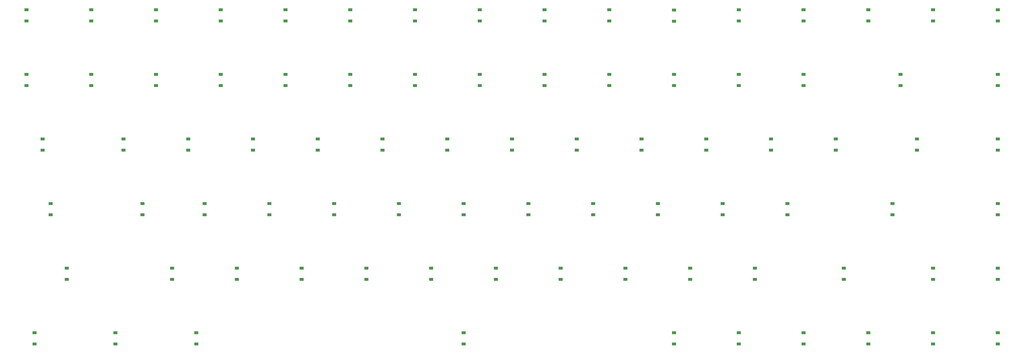
<source format=gbr>
G04 #@! TF.GenerationSoftware,KiCad,Pcbnew,(5.99.0-1615-g0042cd509)*
G04 #@! TF.CreationDate,2020-05-31T21:08:36-05:00*
G04 #@! TF.ProjectId,my-keyboard,6d792d6b-6579-4626-9f61-72642e6b6963,rev?*
G04 #@! TF.SameCoordinates,Original*
G04 #@! TF.FileFunction,Paste,Bot*
G04 #@! TF.FilePolarity,Positive*
%FSLAX46Y46*%
G04 Gerber Fmt 4.6, Leading zero omitted, Abs format (unit mm)*
G04 Created by KiCad (PCBNEW (5.99.0-1615-g0042cd509)) date 2020-05-31 21:08:36*
%MOMM*%
%LPD*%
G01*
G04 APERTURE LIST*
%ADD10R,1.200000X0.900000*%
G04 APERTURE END LIST*
D10*
X382587500Y-206312500D03*
X382587500Y-209612500D03*
X382587500Y-187262500D03*
X382587500Y-190562500D03*
X382587500Y-168212500D03*
X382587500Y-171512500D03*
X382587500Y-149162500D03*
X382587500Y-152462500D03*
X382587500Y-130112500D03*
X382587500Y-133412500D03*
X382587500Y-111062500D03*
X382587500Y-114362500D03*
X363537500Y-206312500D03*
X363537500Y-209612500D03*
X363537500Y-187262500D03*
X363537500Y-190562500D03*
X363537500Y-111062500D03*
X363537500Y-114362500D03*
X344487500Y-206312500D03*
X344487500Y-209612500D03*
X358775000Y-149162500D03*
X358775000Y-152462500D03*
X354012500Y-130112500D03*
X354012500Y-133412500D03*
X344487500Y-111062500D03*
X344487500Y-114362500D03*
X325437500Y-206312500D03*
X325437500Y-209612500D03*
X337343750Y-187262500D03*
X337343750Y-190562500D03*
X351631250Y-168212500D03*
X351631250Y-171512500D03*
X334962500Y-149162500D03*
X334962500Y-152462500D03*
X325437500Y-130112500D03*
X325437500Y-133412500D03*
X325437500Y-111062500D03*
X325437500Y-114362500D03*
X306387500Y-206312500D03*
X306387500Y-209612500D03*
X311150000Y-187262500D03*
X311150000Y-190562500D03*
X320675000Y-168212500D03*
X320675000Y-171512500D03*
X315912500Y-149162500D03*
X315912500Y-152462500D03*
X306387500Y-130112500D03*
X306387500Y-133412500D03*
X306387500Y-111062500D03*
X306387500Y-114362500D03*
X287337500Y-206312500D03*
X287337500Y-209612500D03*
X292100000Y-187262500D03*
X292100000Y-190562500D03*
X301625000Y-168212500D03*
X301625000Y-171512500D03*
X296862500Y-149162500D03*
X296862500Y-152462500D03*
X287337500Y-130112500D03*
X287337500Y-133412500D03*
X287337500Y-111125000D03*
X287337500Y-114425000D03*
X273050000Y-187262500D03*
X273050000Y-190562500D03*
X282575000Y-168212500D03*
X282575000Y-171512500D03*
X277812500Y-149162500D03*
X277812500Y-152462500D03*
X268287500Y-130112500D03*
X268287500Y-133412500D03*
X268287500Y-111062500D03*
X268287500Y-114362500D03*
X254000000Y-187262500D03*
X254000000Y-190562500D03*
X263525000Y-168212500D03*
X263525000Y-171512500D03*
X258762500Y-149162500D03*
X258762500Y-152462500D03*
X249237500Y-130112500D03*
X249237500Y-133412500D03*
X249237500Y-111062500D03*
X249237500Y-114362500D03*
X234950000Y-187262500D03*
X234950000Y-190562500D03*
X244475000Y-168212500D03*
X244475000Y-171512500D03*
X239712500Y-149162500D03*
X239712500Y-152462500D03*
X230187500Y-130112500D03*
X230187500Y-133412500D03*
X230187500Y-111062500D03*
X230187500Y-114362500D03*
X225425000Y-206312500D03*
X225425000Y-209612500D03*
X215900000Y-187262500D03*
X215900000Y-190562500D03*
X225425000Y-168212500D03*
X225425000Y-171512500D03*
X220662500Y-149162500D03*
X220662500Y-152462500D03*
X211137500Y-130112500D03*
X211137500Y-133412500D03*
X211137500Y-111062500D03*
X211137500Y-114362500D03*
X196850000Y-187262500D03*
X196850000Y-190562500D03*
X206375000Y-168212500D03*
X206375000Y-171512500D03*
X201612500Y-149162500D03*
X201612500Y-152462500D03*
X192087500Y-130112500D03*
X192087500Y-133412500D03*
X192087500Y-111062500D03*
X192087500Y-114362500D03*
X177800000Y-187262500D03*
X177800000Y-190562500D03*
X187325000Y-168212500D03*
X187325000Y-171512500D03*
X182562500Y-149162500D03*
X182562500Y-152462500D03*
X173037500Y-130112500D03*
X173037500Y-133412500D03*
X173037500Y-111062500D03*
X173037500Y-114362500D03*
X158750000Y-187262500D03*
X158750000Y-190562500D03*
X168275000Y-168212500D03*
X168275000Y-171512500D03*
X163512500Y-149162500D03*
X163512500Y-152462500D03*
X153987500Y-130112500D03*
X153987500Y-133412500D03*
X153987500Y-111062500D03*
X153987500Y-114362500D03*
X146843750Y-206312500D03*
X146843750Y-209612500D03*
X139700000Y-187262500D03*
X139700000Y-190562500D03*
X149225000Y-168212500D03*
X149225000Y-171512500D03*
X144462500Y-149162500D03*
X144462500Y-152462500D03*
X134937500Y-130112500D03*
X134937500Y-133412500D03*
X134937500Y-111062500D03*
X134937500Y-114362500D03*
X123031250Y-206312500D03*
X123031250Y-209612500D03*
X130968750Y-168212500D03*
X130968750Y-171512500D03*
X125412500Y-149162500D03*
X125412500Y-152462500D03*
X99218750Y-206312500D03*
X99218750Y-209612500D03*
X108743750Y-187262500D03*
X108743750Y-190562500D03*
X103981250Y-168212500D03*
X103981250Y-171512500D03*
X101600000Y-149162500D03*
X101600000Y-152462500D03*
X115887500Y-130112500D03*
X115887500Y-133412500D03*
X115887500Y-111062500D03*
X115887500Y-114362500D03*
X96837500Y-130112500D03*
X96837500Y-133412500D03*
X96837500Y-111062500D03*
X96837500Y-114362500D03*
M02*

</source>
